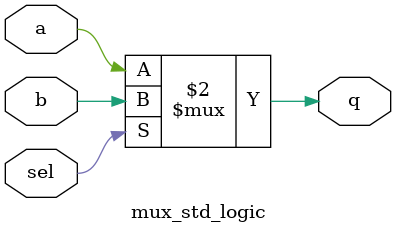
<source format=v>


module mux_std_logic(sel, a, b, q);
   input   sel;
   input   a;
   input   b;
   output  q;
   
   assign q = (sel==1'b1)? b:a;
   
endmodule


</source>
